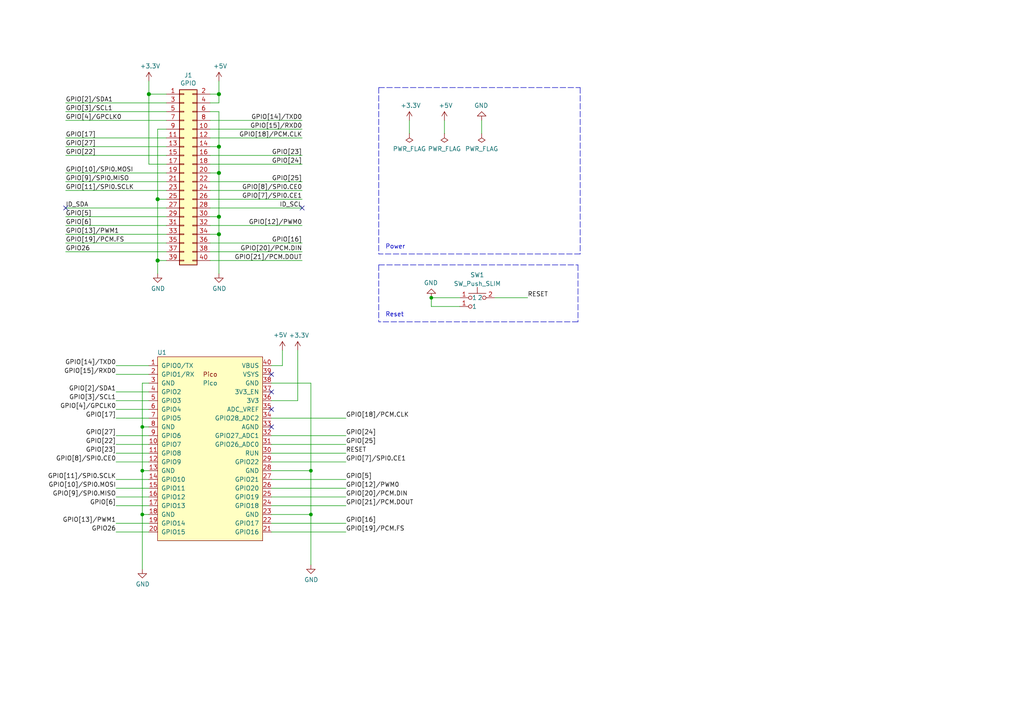
<source format=kicad_sch>
(kicad_sch (version 20211123) (generator eeschema)
  (paper "A4")
  (title_block (title "pico-zero-base") (date "2023-04-06") (rev "1.1") (company "Bernhard Bablok") (comment 1 "https://github.com/bablokb/pcb-pi-pico-base") (comment 2 "Interface PCB to use Pi-Hats with a Pico"))
  (lib_symbols
    (symbol "Connector_Generic:Conn_02x20_Odd_Even" (pin_names (offset 1.016) hide)
      (property "Reference" "J" (at 1.27 25.4 0))
      (property "Value" "Conn_02x20_Odd_Even" (at 1.27 -27.94 0))
      (symbol "Conn_02x20_Odd_Even_1_1"
        (rectangle (start -1.27 -25.273) (end 0 -25.527) (stroke (width 0.1524)))
        (rectangle (start -1.27 -22.733) (end 0 -22.987) (stroke (width 0.1524)))
        (rectangle (start -1.27 -20.193) (end 0 -20.447) (stroke (width 0.1524)))
        (rectangle (start -1.27 -17.653) (end 0 -17.907) (stroke (width 0.1524)))
        (rectangle (start -1.27 -15.113) (end 0 -15.367) (stroke (width 0.1524)))
        (rectangle (start -1.27 -12.573) (end 0 -12.827) (stroke (width 0.1524)))
        (rectangle (start -1.27 -10.033) (end 0 -10.287) (stroke (width 0.1524)))
        (rectangle (start -1.27 -7.493) (end 0 -7.747) (stroke (width 0.1524)))
        (rectangle (start -1.27 -4.953) (end 0 -5.207) (stroke (width 0.1524)))
        (rectangle (start -1.27 -2.413) (end 0 -2.667) (stroke (width 0.1524)))
        (rectangle (start -1.27 0.127) (end 0 -0.127) (stroke (width 0.1524)))
        (rectangle (start -1.27 2.667) (end 0 2.413) (stroke (width 0.1524)))
        (rectangle (start -1.27 5.207) (end 0 4.953) (stroke (width 0.1524)))
        (rectangle (start -1.27 7.747) (end 0 7.493) (stroke (width 0.1524)))
        (rectangle (start -1.27 10.287) (end 0 10.033) (stroke (width 0.1524)))
        (rectangle (start -1.27 12.827) (end 0 12.573) (stroke (width 0.1524)))
        (rectangle (start -1.27 15.367) (end 0 15.113) (stroke (width 0.1524)))
        (rectangle (start -1.27 17.907) (end 0 17.653) (stroke (width 0.1524)))
        (rectangle (start -1.27 20.447) (end 0 20.193) (stroke (width 0.1524)))
        (rectangle (start -1.27 22.987) (end 0 22.733) (stroke (width 0.1524)))
        (rectangle (start -1.27 24.13) (end 3.81 -26.67) (stroke (width 0.254)) (fill (type background)))
        (rectangle (start 3.81 -25.273) (end 2.54 -25.527) (stroke (width 0.1524)))
        (rectangle (start 3.81 -22.733) (end 2.54 -22.987) (stroke (width 0.1524)))
        (rectangle (start 3.81 -20.193) (end 2.54 -20.447) (stroke (width 0.1524)))
        (rectangle (start 3.81 -17.653) (end 2.54 -17.907) (stroke (width 0.1524)))
        (rectangle (start 3.81 -15.113) (end 2.54 -15.367) (stroke (width 0.1524)))
        (rectangle (start 3.81 -12.573) (end 2.54 -12.827) (stroke (width 0.1524)))
        (rectangle (start 3.81 -10.033) (end 2.54 -10.287) (stroke (width 0.1524)))
        (rectangle (start 3.81 -7.493) (end 2.54 -7.747) (stroke (width 0.1524)))
        (rectangle (start 3.81 -4.953) (end 2.54 -5.207) (stroke (width 0.1524)))
        (rectangle (start 3.81 -2.413) (end 2.54 -2.667) (stroke (width 0.1524)))
        (rectangle (start 3.81 0.127) (end 2.54 -0.127) (stroke (width 0.1524)))
        (rectangle (start 3.81 2.667) (end 2.54 2.413) (stroke (width 0.1524)))
        (rectangle (start 3.81 5.207) (end 2.54 4.953) (stroke (width 0.1524)))
        (rectangle (start 3.81 7.747) (end 2.54 7.493) (stroke (width 0.1524)))
        (rectangle (start 3.81 10.287) (end 2.54 10.033) (stroke (width 0.1524)))
        (rectangle (start 3.81 12.827) (end 2.54 12.573) (stroke (width 0.1524)))
        (rectangle (start 3.81 15.367) (end 2.54 15.113) (stroke (width 0.1524)))
        (rectangle (start 3.81 17.907) (end 2.54 17.653) (stroke (width 0.1524)))
        (rectangle (start 3.81 20.447) (end 2.54 20.193) (stroke (width 0.1524)))
        (rectangle (start 3.81 22.987) (end 2.54 22.733) (stroke (width 0.1524)))
        (pin passive line (at -5.08 22.86 0) (length 3.81) (name "Pin_1") (number "1"))
        (pin passive line (at 7.62 12.7 180) (length 3.81) (name "Pin_10") (number "10"))
        (pin passive line (at -5.08 10.16 0) (length 3.81) (name "Pin_11") (number "11"))
        (pin passive line (at 7.62 10.16 180) (length 3.81) (name "Pin_12") (number "12"))
        (pin passive line (at -5.08 7.62 0) (length 3.81) (name "Pin_13") (number "13"))
        (pin passive line (at 7.62 7.62 180) (length 3.81) (name "Pin_14") (number "14"))
        (pin passive line (at -5.08 5.08 0) (length 3.81) (name "Pin_15") (number "15"))
        (pin passive line (at 7.62 5.08 180) (length 3.81) (name "Pin_16") (number "16"))
        (pin passive line (at -5.08 2.54 0) (length 3.81) (name "Pin_17") (number "17"))
        (pin passive line (at 7.62 2.54 180) (length 3.81) (name "Pin_18") (number "18"))
        (pin passive line (at -5.08 0 0) (length 3.81) (name "Pin_19") (number "19"))
        (pin passive line (at 7.62 22.86 180) (length 3.81) (name "Pin_2") (number "2"))
        (pin passive line (at 7.62 0 180) (length 3.81) (name "Pin_20") (number "20"))
        (pin passive line (at -5.08 -2.54 0) (length 3.81) (name "Pin_21") (number "21"))
        (pin passive line (at 7.62 -2.54 180) (length 3.81) (name "Pin_22") (number "22"))
        (pin passive line (at -5.08 -5.08 0) (length 3.81) (name "Pin_23") (number "23"))
        (pin passive line (at 7.62 -5.08 180) (length 3.81) (name "Pin_24") (number "24"))
        (pin passive line (at -5.08 -7.62 0) (length 3.81) (name "Pin_25") (number "25"))
        (pin passive line (at 7.62 -7.62 180) (length 3.81) (name "Pin_26") (number "26"))
        (pin passive line (at -5.08 -10.16 0) (length 3.81) (name "Pin_27") (number "27"))
        (pin passive line (at 7.62 -10.16 180) (length 3.81) (name "Pin_28") (number "28"))
        (pin passive line (at -5.08 -12.7 0) (length 3.81) (name "Pin_29") (number "29"))
        (pin passive line (at -5.08 20.32 0) (length 3.81) (name "Pin_3") (number "3"))
        (pin passive line (at 7.62 -12.7 180) (length 3.81) (name "Pin_30") (number "30"))
        (pin passive line (at -5.08 -15.24 0) (length 3.81) (name "Pin_31") (number "31"))
        (pin passive line (at 7.62 -15.24 180) (length 3.81) (name "Pin_32") (number "32"))
        (pin passive line (at -5.08 -17.78 0) (length 3.81) (name "Pin_33") (number "33"))
        (pin passive line (at 7.62 -17.78 180) (length 3.81) (name "Pin_34") (number "34"))
        (pin passive line (at -5.08 -20.32 0) (length 3.81) (name "Pin_35") (number "35"))
        (pin passive line (at 7.62 -20.32 180) (length 3.81) (name "Pin_36") (number "36"))
        (pin passive line (at -5.08 -22.86 0) (length 3.81) (name "Pin_37") (number "37"))
        (pin passive line (at 7.62 -22.86 180) (length 3.81) (name "Pin_38") (number "38"))
        (pin passive line (at -5.08 -25.4 0) (length 3.81) (name "Pin_39") (number "39"))
        (pin passive line (at 7.62 20.32 180) (length 3.81) (name "Pin_4") (number "4"))
        (pin passive line (at 7.62 -25.4 180) (length 3.81) (name "Pin_40") (number "40"))
        (pin passive line (at -5.08 17.78 0) (length 3.81) (name "Pin_5") (number "5"))
        (pin passive line (at 7.62 17.78 180) (length 3.81) (name "Pin_6") (number "6"))
        (pin passive line (at -5.08 15.24 0) (length 3.81) (name "Pin_7") (number "7"))
        (pin passive line (at 7.62 15.24 180) (length 3.81) (name "Pin_8") (number "8"))
        (pin passive line (at -5.08 12.7 0) (length 3.81) (name "Pin_9") (number "9"))
      )
    )
    (symbol "power:+3.3V" (power) (pin_names (offset 0))
      (property "Value" "+3.3V" (at 0 3.556 0))
      (symbol "+3.3V_0_1"
        (polyline (pts (xy -0.762 1.27) (xy 0 2.54)))
        (polyline (pts (xy 0 0) (xy 0 2.54)))
        (polyline (pts (xy 0 2.54) (xy 0.762 1.27)))
      )
      (symbol "+3.3V_1_1"
        (pin power_in line (at 0 0 90) (length 0) hide (name "+3.3V") (number "1"))
      )
    )
    (symbol "power:+5V" (power) (pin_names (offset 0))
      (property "Value" "+5V" (at 0 3.556 0))
      (symbol "+5V_0_1"
        (polyline (pts (xy -0.762 1.27) (xy 0 2.54)))
        (polyline (pts (xy 0 0) (xy 0 2.54)))
        (polyline (pts (xy 0 2.54) (xy 0.762 1.27)))
      )
      (symbol "+5V_1_1"
        (pin power_in line (at 0 0 90) (length 0) hide (name "+5V") (number "1"))
      )
    )
    (symbol "power:GND" (power) (pin_names (offset 0))
      (property "Value" "GND" (at 0 -3.81 0))
      (symbol "GND_0_1"
        (polyline (pts (xy 0 0) (xy 0 -1.27) (xy 1.27 -1.27) (xy 0 -2.54) (xy -1.27 -1.27) (xy 0 -1.27)))
      )
      (symbol "GND_1_1"
        (pin power_in line (at 0 0 270) (length 0) hide (name "GND") (number "1"))
      )
    )
    (symbol "power:PWR_FLAG" (power) (pin_numbers hide) (pin_names (offset 0) hide)
      (property "Value" "PWR_FLAG" (at 0 3.81 0))
      (symbol "PWR_FLAG_0_0"
        (pin power_out line (at 0 0 90) (length 0) (name "pwr") (number "1"))
      )
      (symbol "PWR_FLAG_0_1"
        (polyline (pts (xy 0 0) (xy 0 1.27) (xy -1.016 1.905) (xy 0 2.54) (xy 1.016 1.905) (xy 0 1.27)))
      )
    )
    (symbol "user:Pico_nodbg" (pin_names (offset 1.016))
      (property "Reference" "U" (at -13.97 27.94 0))
      (property "Value" "Pico_nodbg" (at 0 19.05 0))
      (symbol "Pico_nodbg_0_0"
        (text "Pico" (at 0 21.59 0) (effects (font (size 1.27 1.27))))
      )
      (symbol "Pico_nodbg_0_1"
        (rectangle (start -15.24 26.67) (end 15.24 -26.67) (fill (type background)))
      )
      (symbol "Pico_nodbg_1_1"
        (pin bidirectional line (at -17.78 24.13 0) (length 2.54) (name "GPIO0/TX") (number "1"))
        (pin bidirectional line (at -17.78 1.27 0) (length 2.54) (name "GPIO7") (number "10"))
        (pin bidirectional line (at -17.78 -1.27 0) (length 2.54) (name "GPIO8") (number "11"))
        (pin bidirectional line (at -17.78 -3.81 0) (length 2.54) (name "GPIO9") (number "12"))
        (pin power_in line (at -17.78 -6.35 0) (length 2.54) (name "GND") (number "13"))
        (pin bidirectional line (at -17.78 -8.89 0) (length 2.54) (name "GPIO10") (number "14"))
        (pin bidirectional line (at -17.78 -11.43 0) (length 2.54) (name "GPIO11") (number "15"))
        (pin bidirectional line (at -17.78 -13.97 0) (length 2.54) (name "GPIO12") (number "16"))
        (pin bidirectional line (at -17.78 -16.51 0) (length 2.54) (name "GPIO13") (number "17"))
        (pin power_in line (at -17.78 -19.05 0) (length 2.54) (name "GND") (number "18"))
        (pin bidirectional line (at -17.78 -21.59 0) (length 2.54) (name "GPIO14") (number "19"))
        (pin bidirectional line (at -17.78 21.59 0) (length 2.54) (name "GPIO1/RX") (number "2"))
        (pin bidirectional line (at -17.78 -24.13 0) (length 2.54) (name "GPIO15") (number "20"))
        (pin bidirectional line (at 17.78 -24.13 180) (length 2.54) (name "GPIO16") (number "21"))
        (pin bidirectional line (at 17.78 -21.59 180) (length 2.54) (name "GPIO17") (number "22"))
        (pin power_in line (at 17.78 -19.05 180) (length 2.54) (name "GND") (number "23"))
        (pin bidirectional line (at 17.78 -16.51 180) (length 2.54) (name "GPIO18") (number "24"))
        (pin bidirectional line (at 17.78 -13.97 180) (length 2.54) (name "GPIO19") (number "25"))
        (pin bidirectional line (at 17.78 -11.43 180) (length 2.54) (name "GPIO20") (number "26"))
        (pin bidirectional line (at 17.78 -8.89 180) (length 2.54) (name "GPIO21") (number "27"))
        (pin power_in line (at 17.78 -6.35 180) (length 2.54) (name "GND") (number "28"))
        (pin bidirectional line (at 17.78 -3.81 180) (length 2.54) (name "GPIO22") (number "29"))
        (pin power_in line (at -17.78 19.05 0) (length 2.54) (name "GND") (number "3"))
        (pin input line (at 17.78 -1.27 180) (length 2.54) (name "RUN") (number "30"))
        (pin bidirectional line (at 17.78 1.27 180) (length 2.54) (name "GPIO26_ADC0") (number "31"))
        (pin bidirectional line (at 17.78 3.81 180) (length 2.54) (name "GPIO27_ADC1") (number "32"))
        (pin power_in line (at 17.78 6.35 180) (length 2.54) (name "AGND") (number "33"))
        (pin bidirectional line (at 17.78 8.89 180) (length 2.54) (name "GPIO28_ADC2") (number "34"))
        (pin power_in line (at 17.78 11.43 180) (length 2.54) (name "ADC_VREF") (number "35"))
        (pin power_in line (at 17.78 13.97 180) (length 2.54) (name "3V3") (number "36"))
        (pin power_in line (at 17.78 16.51 180) (length 2.54) (name "3V3_EN") (number "37"))
        (pin power_in line (at 17.78 19.05 180) (length 2.54) (name "GND") (number "38"))
        (pin power_in line (at 17.78 21.59 180) (length 2.54) (name "VSYS") (number "39"))
        (pin bidirectional line (at -17.78 16.51 0) (length 2.54) (name "GPIO2") (number "4"))
        (pin power_in line (at 17.78 24.13 180) (length 2.54) (name "VBUS") (number "40"))
        (pin bidirectional line (at -17.78 13.97 0) (length 2.54) (name "GPIO3") (number "5"))
        (pin bidirectional line (at -17.78 11.43 0) (length 2.54) (name "GPIO4") (number "6"))
        (pin bidirectional line (at -17.78 8.89 0) (length 2.54) (name "GPIO5") (number "7"))
        (pin power_in line (at -17.78 6.35 0) (length 2.54) (name "GND") (number "8"))
        (pin bidirectional line (at -17.78 3.81 0) (length 2.54) (name "GPIO6") (number "9"))
      )
    )
    (symbol "user:SW_Push_SLIM" (pin_names (offset 1.016))
      (property "Reference" "SW" (at 1.27 2.54 0))
      (property "Value" "SW_Push_SLIM" (at 0 -5.08 0))
      (symbol "SW_Push_SLIM_0_1"
        (circle (center -2.032 -2.54) (radius 0.508))
        (circle (center -2.032 0) (radius 0.508))
        (polyline (pts (xy 0 1.27) (xy 0 3.048)))
        (polyline (pts (xy 2.54 1.27) (xy -2.54 1.27)))
        (circle (center 2.032 0) (radius 0.508))
        (pin passive line (at -5.08 -2.54 0) (length 2.54) (name "1") (number "1"))
        (pin passive line (at -5.08 0 0) (length 2.54) (name "1") (number "1"))
        (pin passive line (at 5.08 0 180) (length 2.54) (name "2") (number "2"))
      )
    )
  )
  (junction (at 90.17 149.225))
  (junction (at 63.5 62.865) (diameter 1.016))
  (junction (at 41.275 149.225))
  (junction (at 43.18 27.305) (diameter 1.016))
  (junction (at 125.095 86.36))
  (junction (at 63.5 67.945) (diameter 1.016))
  (junction (at 45.72 57.785) (diameter 1.016))
  (junction (at 41.275 136.525))
  (junction (at 63.5 50.165) (diameter 1.016))
  (junction (at 63.5 42.545) (diameter 1.016))
  (junction (at 41.275 123.825))
  (junction (at 90.17 136.525))
  (junction (at 45.72 75.565) (diameter 1.016))
  (junction (at 63.5 27.305) (diameter 1.016))
  (no_connect (at 87.63 60.325))
  (no_connect (at 78.74 123.825))
  (no_connect (at 78.74 118.745))
  (no_connect (at 78.74 108.585))
  (no_connect (at 78.74 113.665))
  (no_connect (at 19.05 60.325))
  (wire (pts (xy 45.72 57.785) (xy 45.72 75.565)))
  (wire (pts (xy 60.96 57.785) (xy 87.63 57.785)))
  (wire (pts (xy 90.17 149.225) (xy 90.17 163.83)))
  (wire (pts (xy 100.33 131.445) (xy 78.74 131.445)))
  (wire (pts (xy 33.655 151.765) (xy 43.18 151.765)))
  (wire (pts (xy 48.26 40.005) (xy 19.05 40.005)))
  (wire (pts (xy 41.275 111.125) (xy 41.275 123.825)))
  (wire (pts (xy 33.655 116.205) (xy 43.18 116.205)))
  (wire (pts (xy 63.5 32.385) (xy 63.5 42.545)))
  (wire (pts (xy 63.5 50.165) (xy 60.96 50.165)))
  (wire (pts (xy 63.5 62.865) (xy 63.5 67.945)))
  (wire (pts (xy 81.915 101.6) (xy 81.915 106.045)))
  (wire (pts (xy 33.655 106.045) (xy 43.18 106.045)))
  (wire (pts (xy 41.275 123.825) (xy 43.18 123.825)))
  (wire (pts (xy 100.33 133.985) (xy 78.74 133.985)))
  (wire (pts (xy 63.5 50.165) (xy 63.5 62.865)))
  (wire (pts (xy 60.96 34.925) (xy 87.63 34.925)))
  (wire (pts (xy 45.72 37.465) (xy 45.72 57.785)))
  (wire (pts (xy 33.655 121.285) (xy 43.18 121.285)))
  (wire (pts (xy 43.18 111.125) (xy 41.275 111.125)))
  (wire (pts (xy 125.095 88.9) (xy 125.095 86.36)))
  (wire (pts (xy 45.72 37.465) (xy 48.26 37.465)))
  (wire (pts (xy 33.655 128.905) (xy 43.18 128.905)))
  (wire (pts (xy 60.96 55.245) (xy 87.63 55.245)))
  (wire (pts (xy 33.655 139.065) (xy 43.18 139.065)))
  (wire (pts (xy 48.26 60.325) (xy 19.05 60.325)))
  (polyline (pts (xy 109.855 25.4) (xy 109.855 73.66)))
  (wire (pts (xy 19.05 62.865) (xy 48.26 62.865)))
  (wire (pts (xy 41.275 149.225) (xy 41.275 165.1)))
  (wire (pts (xy 45.72 57.785) (xy 48.26 57.785)))
  (polyline (pts (xy 167.64 93.345) (xy 109.855 93.345)))
  (wire (pts (xy 33.655 131.445) (xy 43.18 131.445)))
  (wire (pts (xy 133.35 88.9) (xy 125.095 88.9)))
  (wire (pts (xy 33.655 154.305) (xy 43.18 154.305)))
  (wire (pts (xy 60.96 45.085) (xy 87.63 45.085)))
  (wire (pts (xy 33.655 144.145) (xy 43.18 144.145)))
  (wire (pts (xy 41.275 136.525) (xy 43.18 136.525)))
  (wire (pts (xy 78.74 111.125) (xy 90.17 111.125)))
  (wire (pts (xy 41.275 149.225) (xy 43.18 149.225)))
  (wire (pts (xy 60.96 75.565) (xy 87.63 75.565)))
  (wire (pts (xy 45.72 75.565) (xy 45.72 79.375)))
  (wire (pts (xy 78.74 106.045) (xy 81.915 106.045)))
  (wire (pts (xy 19.05 42.545) (xy 48.26 42.545)))
  (wire (pts (xy 43.18 23.495) (xy 43.18 27.305)))
  (wire (pts (xy 33.655 108.585) (xy 43.18 108.585)))
  (polyline (pts (xy 168.275 73.66) (xy 109.855 73.66)))
  (wire (pts (xy 100.33 121.285) (xy 78.74 121.285)))
  (wire (pts (xy 78.74 116.205) (xy 86.36 116.205)))
  (polyline (pts (xy 109.855 76.835) (xy 167.64 76.835)))
  (wire (pts (xy 63.5 67.945) (xy 60.96 67.945)))
  (wire (pts (xy 100.33 139.065) (xy 78.74 139.065)))
  (wire (pts (xy 19.05 32.385) (xy 48.26 32.385)))
  (wire (pts (xy 19.05 55.245) (xy 48.26 55.245)))
  (wire (pts (xy 78.74 136.525) (xy 90.17 136.525)))
  (wire (pts (xy 43.18 47.625) (xy 48.26 47.625)))
  (wire (pts (xy 48.26 29.845) (xy 19.05 29.845)))
  (wire (pts (xy 63.5 27.305) (xy 63.5 29.845)))
  (wire (pts (xy 63.5 42.545) (xy 63.5 50.165)))
  (wire (pts (xy 60.96 40.005) (xy 87.63 40.005)))
  (wire (pts (xy 63.5 42.545) (xy 60.96 42.545)))
  (wire (pts (xy 33.655 133.985) (xy 43.18 133.985)))
  (wire (pts (xy 78.74 149.225) (xy 90.17 149.225)))
  (wire (pts (xy 118.745 38.735) (xy 118.745 34.925)))
  (wire (pts (xy 86.36 116.205) (xy 86.36 101.6)))
  (wire (pts (xy 100.33 144.145) (xy 78.74 144.145)))
  (wire (pts (xy 63.5 23.495) (xy 63.5 27.305)))
  (wire (pts (xy 19.05 34.925) (xy 48.26 34.925)))
  (wire (pts (xy 63.5 27.305) (xy 60.96 27.305)))
  (wire (pts (xy 43.18 27.305) (xy 43.18 47.625)))
  (wire (pts (xy 60.96 47.625) (xy 87.63 47.625)))
  (wire (pts (xy 60.96 37.465) (xy 87.63 37.465)))
  (polyline (pts (xy 109.855 25.4) (xy 168.275 25.4)))
  (wire (pts (xy 41.275 136.525) (xy 41.275 149.225)))
  (wire (pts (xy 19.05 45.085) (xy 48.26 45.085)))
  (wire (pts (xy 19.05 52.705) (xy 48.26 52.705)))
  (wire (pts (xy 90.17 111.125) (xy 90.17 136.525)))
  (polyline (pts (xy 167.64 76.835) (xy 167.64 93.345)))
  (wire (pts (xy 125.095 86.36) (xy 133.35 86.36)))
  (wire (pts (xy 19.05 65.405) (xy 48.26 65.405)))
  (wire (pts (xy 63.5 29.845) (xy 60.96 29.845)))
  (wire (pts (xy 139.7 38.735) (xy 139.7 34.925)))
  (wire (pts (xy 19.05 70.485) (xy 48.26 70.485)))
  (wire (pts (xy 153.035 86.36) (xy 143.51 86.36)))
  (wire (pts (xy 33.655 118.745) (xy 43.18 118.745)))
  (wire (pts (xy 60.96 70.485) (xy 87.63 70.485)))
  (wire (pts (xy 60.96 65.405) (xy 87.63 65.405)))
  (wire (pts (xy 45.72 75.565) (xy 48.26 75.565)))
  (wire (pts (xy 60.96 73.025) (xy 87.63 73.025)))
  (wire (pts (xy 63.5 32.385) (xy 60.96 32.385)))
  (wire (pts (xy 100.33 126.365) (xy 78.74 126.365)))
  (wire (pts (xy 19.05 73.025) (xy 48.26 73.025)))
  (wire (pts (xy 33.655 126.365) (xy 43.18 126.365)))
  (wire (pts (xy 41.275 123.825) (xy 41.275 136.525)))
  (wire (pts (xy 100.33 146.685) (xy 78.74 146.685)))
  (wire (pts (xy 100.33 151.765) (xy 78.74 151.765)))
  (wire (pts (xy 100.33 141.605) (xy 78.74 141.605)))
  (polyline (pts (xy 109.855 76.835) (xy 109.855 93.345)))
  (wire (pts (xy 33.655 141.605) (xy 43.18 141.605)))
  (wire (pts (xy 128.905 38.735) (xy 128.905 34.925)))
  (wire (pts (xy 63.5 67.945) (xy 63.5 79.375)))
  (wire (pts (xy 60.96 52.705) (xy 87.63 52.705)))
  (wire (pts (xy 48.26 67.945) (xy 19.05 67.945)))
  (wire (pts (xy 33.655 113.665) (xy 43.18 113.665)))
  (wire (pts (xy 90.17 136.525) (xy 90.17 149.225)))
  (wire (pts (xy 33.655 146.685) (xy 43.18 146.685)))
  (wire (pts (xy 63.5 62.865) (xy 60.96 62.865)))
  (wire (pts (xy 43.18 27.305) (xy 48.26 27.305)))
  (wire (pts (xy 100.33 128.905) (xy 78.74 128.905)))
  (wire (pts (xy 48.26 50.165) (xy 19.05 50.165)))
  (wire (pts (xy 60.96 60.325) (xy 87.63 60.325)))
  (wire (pts (xy 100.33 154.305) (xy 78.74 154.305)))
  (polyline (pts (xy 168.275 25.4) (xy 168.275 73.66)))
  (text "Power" (at 111.76 72.39 0) (effects (font (size 1.27 1.27)) (justify left bottom)))
  (text "Reset" (at 111.76 92.075 0) (effects (font (size 1.27 1.27)) (justify left bottom)))
  (label "ID_SDA" (at 19.05 60.325 0))
  (label "GPIO[6]" (at 19.05 65.405 0))
  (label "GPIO[22]" (at 33.655 128.905 180))
  (label "GPIO[4]{slash}GPCLK0" (at 33.655 118.745 180))
  (label "GPIO[8]{slash}SPI0.CE0" (at 33.655 133.985 180))
  (label "GPIO[25]" (at 100.33 128.905 0))
  (label "ID_SCL" (at 87.63 60.325 180))
  (label "GPIO[5]" (at 19.05 62.865 0))
  (label "RESET" (at 153.035 86.36 0))
  (label "GPIO[21]{slash}PCM.DOUT" (at 87.63 75.565 180))
  (label "GPIO[19]{slash}PCM.FS" (at 19.05 70.485 0))
  (label "GPIO[10]{slash}SPI0.MOSI" (at 19.05 50.165 0))
  (label "GPIO[17]" (at 33.655 121.285 180))
  (label "GPIO[9]{slash}SPI0.MISO" (at 19.05 52.705 0))
  (label "GPIO[23]" (at 87.63 45.085 180))
  (label "GPIO[3]{slash}SCL1" (at 33.655 116.205 180))
  (label "GPIO[6]" (at 33.655 146.685 180))
  (label "GPIO[4]{slash}GPCLK0" (at 19.05 34.925 0))
  (label "GPIO[27]" (at 19.05 42.545 0))
  (label "GPIO[13]{slash}PWM1" (at 33.655 151.765 180))
  (label "GPIO26" (at 19.05 73.025 0))
  (label "GPIO[24]" (at 100.33 126.365 0))
  (label "GPIO[14]{slash}TXD0" (at 87.63 34.925 180))
  (label "GPIO[23]" (at 33.655 131.445 180))
  (label "GPIO[8]{slash}SPI0.CE0" (at 87.63 55.245 180))
  (label "GPIO[15]{slash}RXD0" (at 87.63 37.465 180))
  (label "GPIO[21]{slash}PCM.DOUT" (at 100.33 146.685 0))
  (label "GPIO[16]" (at 87.63 70.485 180))
  (label "GPIO[12]{slash}PWM0" (at 100.33 141.605 0))
  (label "GPIO[15]{slash}RXD0" (at 33.655 108.585 180))
  (label "GPIO[22]" (at 19.05 45.085 0))
  (label "GPIO[16]" (at 100.33 151.765 0))
  (label "GPIO[2]{slash}SDA1" (at 19.05 29.845 0))
  (label "GPIO[17]" (at 19.05 40.005 0))
  (label "GPIO[19]{slash}PCM.FS" (at 100.33 154.305 0))
  (label "GPIO[11]{slash}SPI0.SCLK" (at 33.655 139.065 180))
  (label "GPIO[25]" (at 87.63 52.705 180))
  (label "GPIO[3]{slash}SCL1" (at 19.05 32.385 0))
  (label "GPIO[18]{slash}PCM.CLK" (at 87.63 40.005 180))
  (label "GPIO[12]{slash}PWM0" (at 87.63 65.405 180))
  (label "GPIO[2]{slash}SDA1" (at 33.655 113.665 180))
  (label "GPIO[20]{slash}PCM.DIN" (at 100.33 144.145 0))
  (label "GPIO[27]" (at 33.655 126.365 180))
  (label "GPIO[13]{slash}PWM1" (at 19.05 67.945 0))
  (label "GPIO[20]{slash}PCM.DIN" (at 87.63 73.025 180))
  (label "GPIO[24]" (at 87.63 47.625 180))
  (label "GPIO[7]{slash}SPI0.CE1" (at 100.33 133.985 0))
  (label "GPIO[7]{slash}SPI0.CE1" (at 87.63 57.785 180))
  (label "GPIO[14]{slash}TXD0" (at 33.655 106.045 180))
  (label "GPIO[5]" (at 100.33 139.065 0))
  (label "RESET" (at 100.33 131.445 0))
  (label "GPIO26" (at 33.655 154.305 180))
  (label "GPIO[10]{slash}SPI0.MOSI" (at 33.655 141.605 180))
  (label "GPIO[9]{slash}SPI0.MISO" (at 33.655 144.145 180))
  (label "GPIO[11]{slash}SPI0.SCLK" (at 19.05 55.245 0))
  (label "GPIO[18]{slash}PCM.CLK" (at 100.33 121.285 0))
  (symbol (lib_id "power:+5V") (at 63.5 23.495 0) (unit 1)
    (property "Reference" "#PWR0101" (effects hide))
    (property "Value" "+5V" (at 63.8683 19.1706 0))
  )
  (symbol (lib_id "power:+3.3V") (at 43.18 23.495 0) (unit 1)
    (property "Reference" "#PWR0102" (effects hide))
    (property "Value" "+3.3V" (at 43.5483 19.1706 0))
  )
  (symbol (lib_id "power:GND") (at 63.5 79.375 0) (unit 1)
    (property "Reference" "#PWR0104" (effects hide))
    (property "Value" "GND" (at 63.6143 83.6994 0))
  )
  (symbol (lib_id "power:GND") (at 45.72 79.375 0) (unit 1)
    (property "Reference" "#PWR0103" (effects hide))
    (property "Value" "GND" (at 45.8343 83.6994 0))
  )
  (symbol (lib_id "Connector_Generic:Conn_02x20_Odd_Even") (at 53.34 50.165 0) (unit 1) (in_bom no)
    (property "Reference" "J1" (at 54.61 21.8248 0))
    (property "Value" "GPIO" (at 54.61 24.13 0))
    (property "Footprint" "Connector_PinHeader_2.54mm:PinHeader_2x20_P2.54mm_Vertical" (effects hide))
  )
  (symbol (lib_id "power:+3.3V") (at 86.36 101.6 0) (unit 1)
    (property "Reference" "#PWR0107" (effects hide))
    (property "Value" "+3.3V" (at 86.7283 97.2756 0))
  )
  (symbol (lib_id "power:GND") (at 41.275 165.1 0) (unit 1)
    (property "Reference" "#PWR0105" (effects hide))
    (property "Value" "GND" (at 41.3893 169.4244 0))
  )
  (symbol (lib_id "power:PWR_FLAG") (at 139.7 38.735 180) (unit 1)
    (property "Reference" "#FLG0101" (effects hide))
    (property "Value" "PWR_FLAG" (at 139.7 43.1784 0))
  )
  (symbol (lib_id "user:SW_Push_SLIM") (at 138.43 86.36 0) (unit 1)
    (property "Reference" "SW1" (at 138.43 79.7392 0))
    (property "Value" "SW_Push_SLIM" (at 138.43 82.2761 0))
    (property "Footprint" "user:SW_PUSH_SLIM_1x4" (effects hide))
  )
  (symbol (lib_id "power:GND") (at 90.17 163.83 0) (unit 1)
    (property "Reference" "#PWR0108" (effects hide))
    (property "Value" "GND" (at 90.2843 168.1544 0))
  )
  (symbol (lib_id "power:GND") (at 125.095 86.36 180) (unit 1)
    (property "Reference" "#PWR0112" (effects hide))
    (property "Value" "GND" (at 124.9807 82.0356 0))
  )
  (symbol (lib_id "power:GND") (at 139.7 34.925 180) (unit 1)
    (property "Reference" "#PWR0110" (effects hide))
    (property "Value" "GND" (at 139.5857 30.6006 0))
  )
  (symbol (lib_id "power:+5V") (at 81.915 101.6 0) (unit 1)
    (property "Reference" "#PWR0106" (effects hide))
    (property "Value" "+5V" (at 81.28 97.155 0))
  )
  (symbol (lib_id "power:PWR_FLAG") (at 128.905 38.735 180) (unit 1)
    (property "Reference" "#FLG0102" (effects hide))
    (property "Value" "PWR_FLAG" (at 128.905 43.1784 0))
  )
  (symbol (lib_id "user:Pico_nodbg") (at 60.96 130.175 0) (unit 1)
    (property "Reference" "U1" (at 46.99 102.235 0))
    (property "Value" "Pico" (at 60.96 111.125 0))
    (property "Footprint" "user:RPi_Pico_SMD_TH_nodbg" (effects hide))
  )
  (symbol (lib_id "power:PWR_FLAG") (at 118.745 38.735 180) (unit 1)
    (property "Reference" "#FLG0103" (effects hide))
    (property "Value" "PWR_FLAG" (at 118.745 43.1784 0))
  )
  (symbol (lib_id "power:+3.3V") (at 118.745 34.925 0) (unit 1)
    (property "Reference" "#PWR0111" (effects hide))
    (property "Value" "+3.3V" (at 119.1133 30.6006 0))
  )
  (symbol (lib_id "power:+5V") (at 128.905 34.925 0) (unit 1)
    (property "Reference" "#PWR0109" (effects hide))
    (property "Value" "+5V" (at 129.2733 30.6006 0))
  )
)
</source>
